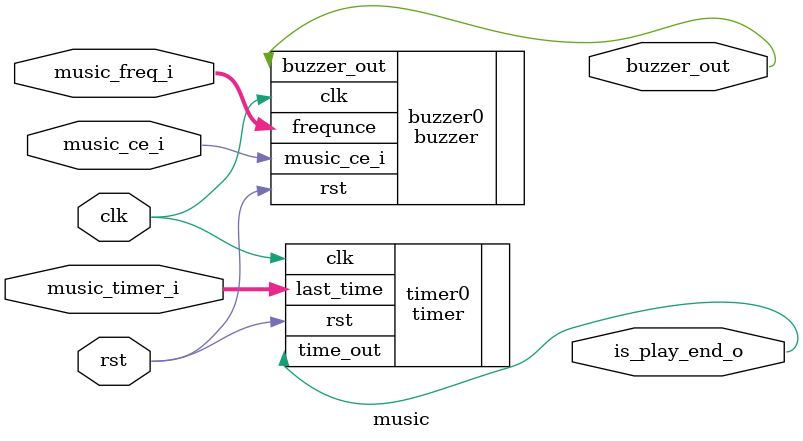
<source format=v>
`timescale 1ns / 1ps
module music(
         input wire clk,
         input wire rst,
         input wire music_ce_i,             // ·äÃùÆ÷Ä£¿éÊ¹ÄÜÐÅºÅ
         input wire [31:0] music_freq_i,    // ÆµÂÊ£¨·½²¨µÄ°ëÖÜÆÚ£©
         input wire [31:0] music_timer_i,   // ²¥·ÅÊ±³¤ µ¥Î»ns    (clk 10ns)
         output  is_play_end_o,             // ·äÃùÆ÷²¥·ÅÍê±ÏÐÅºÅ
         output  buzzer_out                 // ·äÃùÆ÷¹¤×÷ÐÅºÅ
       );

buzzer buzzer0(
         .clk(clk),
         .rst(rst),
         .buzzer_out(buzzer_out),
         .frequnce(music_freq_i),
         .music_ce_i(music_ce_i)
       );

timer timer0(
        .clk(clk),
        .rst(rst),
        .last_time(music_timer_i),
        .time_out(is_play_end_o)
      );

endmodule

</source>
